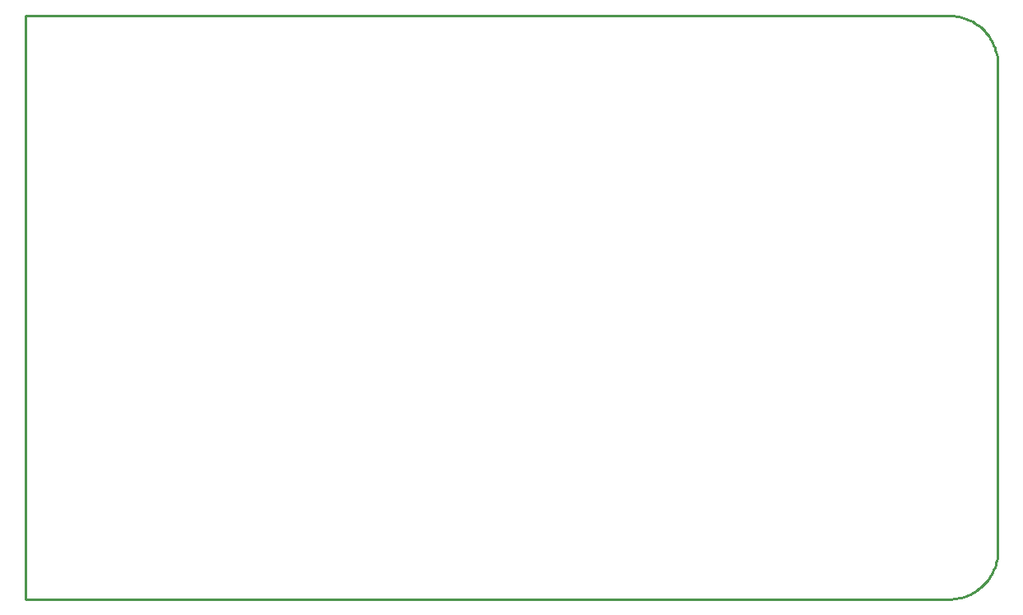
<source format=gm1>
G04*
G04 #@! TF.GenerationSoftware,Altium Limited,Altium Designer,22.9.1 (49)*
G04*
G04 Layer_Color=16711935*
%FSLAX25Y25*%
%MOIN*%
G70*
G04*
G04 #@! TF.SameCoordinates,58640E65-FB78-4378-B78F-6D08F657F38D*
G04*
G04*
G04 #@! TF.FilePolarity,Positive*
G04*
G01*
G75*
%ADD83C,0.01000*%
D83*
X374016Y0D02*
X375013Y25D01*
X376007Y101D01*
X376997Y227D01*
X377978Y403D01*
X378950Y628D01*
X379909Y903D01*
X380852Y1225D01*
X381779Y1595D01*
X382685Y2012D01*
X383569Y2473D01*
X384428Y2980D01*
X385261Y3528D01*
X386065Y4119D01*
X386838Y4749D01*
X387578Y5418D01*
X388283Y6123D01*
X388952Y6863D01*
X389582Y7636D01*
X390173Y8440D01*
X390721Y9272D01*
X391227Y10132D01*
X391689Y11016D01*
X392105Y11922D01*
X392475Y12848D01*
X392798Y13792D01*
X393072Y14751D01*
X393298Y15722D01*
X393474Y16704D01*
X393600Y17694D01*
X393675Y18688D01*
X393701Y19685D01*
X393701Y216483D02*
X393675Y217483D01*
X393600Y218480D01*
X393473Y219472D01*
X393297Y220456D01*
X393071Y221430D01*
X392796Y222392D01*
X392472Y223338D01*
X392101Y224267D01*
X391684Y225175D01*
X391221Y226062D01*
X390714Y226923D01*
X390163Y227758D01*
X389571Y228564D01*
X388939Y229339D01*
X388269Y230081D01*
X387562Y230788D01*
X386820Y231459D01*
X386045Y232091D01*
X385239Y232683D01*
X384404Y233233D01*
X383542Y233740D01*
X382656Y234203D01*
X381747Y234621D01*
X380818Y234992D01*
X379872Y235315D01*
X378910Y235590D01*
X377936Y235816D01*
X376952Y235993D01*
X375960Y236119D01*
X374963Y236195D01*
X373963Y236221D01*
X393701Y19685D02*
Y216483D01*
X0Y236221D02*
X374016D01*
X0Y0D02*
X374016D01*
X0D02*
Y236221D01*
M02*

</source>
